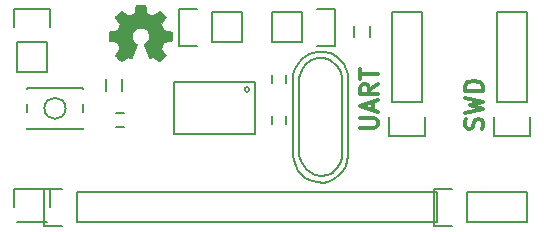
<source format=gbr>
G04 #@! TF.FileFunction,Legend,Top*
%FSLAX46Y46*%
G04 Gerber Fmt 4.6, Leading zero omitted, Abs format (unit mm)*
G04 Created by KiCad (PCBNEW 0.201510100348+6257~30~ubuntu14.04.1-product) date jeu. 15 oct. 2015 23:40:22 CEST*
%MOMM*%
G01*
G04 APERTURE LIST*
%ADD10C,0.100000*%
%ADD11C,0.300000*%
%ADD12C,0.150000*%
%ADD13C,0.203200*%
%ADD14C,0.010000*%
G04 APERTURE END LIST*
D10*
D11*
X143323571Y-112672857D02*
X144537857Y-112672857D01*
X144680714Y-112601429D01*
X144752143Y-112530000D01*
X144823571Y-112387143D01*
X144823571Y-112101429D01*
X144752143Y-111958571D01*
X144680714Y-111887143D01*
X144537857Y-111815714D01*
X143323571Y-111815714D01*
X144395000Y-111172857D02*
X144395000Y-110458571D01*
X144823571Y-111315714D02*
X143323571Y-110815714D01*
X144823571Y-110315714D01*
X144823571Y-108958571D02*
X144109286Y-109458571D01*
X144823571Y-109815714D02*
X143323571Y-109815714D01*
X143323571Y-109244286D01*
X143395000Y-109101428D01*
X143466429Y-109030000D01*
X143609286Y-108958571D01*
X143823571Y-108958571D01*
X143966429Y-109030000D01*
X144037857Y-109101428D01*
X144109286Y-109244286D01*
X144109286Y-109815714D01*
X143323571Y-108530000D02*
X143323571Y-107672857D01*
X144823571Y-108101428D02*
X143323571Y-108101428D01*
X153642143Y-112744286D02*
X153713571Y-112530000D01*
X153713571Y-112172857D01*
X153642143Y-112030000D01*
X153570714Y-111958571D01*
X153427857Y-111887143D01*
X153285000Y-111887143D01*
X153142143Y-111958571D01*
X153070714Y-112030000D01*
X152999286Y-112172857D01*
X152927857Y-112458571D01*
X152856429Y-112601429D01*
X152785000Y-112672857D01*
X152642143Y-112744286D01*
X152499286Y-112744286D01*
X152356429Y-112672857D01*
X152285000Y-112601429D01*
X152213571Y-112458571D01*
X152213571Y-112101429D01*
X152285000Y-111887143D01*
X152213571Y-111387143D02*
X153713571Y-111030000D01*
X152642143Y-110744286D01*
X153713571Y-110458572D01*
X152213571Y-110101429D01*
X153713571Y-109530000D02*
X152213571Y-109530000D01*
X152213571Y-109172857D01*
X152285000Y-108958572D01*
X152427857Y-108815714D01*
X152570714Y-108744286D01*
X152856429Y-108672857D01*
X153070714Y-108672857D01*
X153356429Y-108744286D01*
X153499286Y-108815714D01*
X153642143Y-108958572D01*
X153713571Y-109172857D01*
X153713571Y-109530000D01*
D12*
X137100000Y-108150000D02*
X137100000Y-108850000D01*
X135900000Y-108850000D02*
X135900000Y-108150000D01*
X135900000Y-112350000D02*
X135900000Y-111650000D01*
X137100000Y-111650000D02*
X137100000Y-112350000D01*
X122650000Y-111400000D02*
X123350000Y-111400000D01*
X123350000Y-112600000D02*
X122650000Y-112600000D01*
X130810000Y-102870000D02*
X133350000Y-102870000D01*
X127990000Y-102590000D02*
X129540000Y-102590000D01*
X130810000Y-102870000D02*
X130810000Y-105410000D01*
X129540000Y-105690000D02*
X127990000Y-105690000D01*
X127990000Y-105690000D02*
X127990000Y-102590000D01*
X130810000Y-105410000D02*
X133350000Y-105410000D01*
X133350000Y-105410000D02*
X133350000Y-102870000D01*
X119380000Y-120650000D02*
X149860000Y-120650000D01*
X149860000Y-120650000D02*
X149860000Y-118110000D01*
X149860000Y-118110000D02*
X119380000Y-118110000D01*
X116560000Y-117830000D02*
X118110000Y-117830000D01*
X119380000Y-118110000D02*
X119380000Y-120650000D01*
X118110000Y-120930000D02*
X116560000Y-120930000D01*
X116560000Y-120930000D02*
X116560000Y-117830000D01*
X117120000Y-117830000D02*
X117120000Y-119380000D01*
X114020000Y-119380000D02*
X114020000Y-117830000D01*
X114020000Y-117830000D02*
X117120000Y-117830000D01*
X114300000Y-120650000D02*
X116840000Y-120650000D01*
X138430000Y-105410000D02*
X135890000Y-105410000D01*
X141250000Y-105690000D02*
X139700000Y-105690000D01*
X138430000Y-105410000D02*
X138430000Y-102870000D01*
X139700000Y-102590000D02*
X141250000Y-102590000D01*
X141250000Y-102590000D02*
X141250000Y-105690000D01*
X138430000Y-102870000D02*
X135890000Y-102870000D01*
X135890000Y-102870000D02*
X135890000Y-105410000D01*
X116840000Y-105410000D02*
X116840000Y-107950000D01*
X117120000Y-102590000D02*
X117120000Y-104140000D01*
X116840000Y-105410000D02*
X114300000Y-105410000D01*
X114020000Y-104140000D02*
X114020000Y-102590000D01*
X114020000Y-102590000D02*
X117120000Y-102590000D01*
X114300000Y-105410000D02*
X114300000Y-107950000D01*
X114300000Y-107950000D02*
X116840000Y-107950000D01*
X152400000Y-120650000D02*
X157480000Y-120650000D01*
X157480000Y-120650000D02*
X157480000Y-118110000D01*
X157480000Y-118110000D02*
X152400000Y-118110000D01*
X149580000Y-117830000D02*
X151130000Y-117830000D01*
X152400000Y-118110000D02*
X152400000Y-120650000D01*
X151130000Y-120930000D02*
X149580000Y-120930000D01*
X149580000Y-120930000D02*
X149580000Y-117830000D01*
X157480000Y-110490000D02*
X157480000Y-102870000D01*
X154940000Y-110490000D02*
X154940000Y-102870000D01*
X154660000Y-113310000D02*
X154660000Y-111760000D01*
X157480000Y-102870000D02*
X154940000Y-102870000D01*
X154940000Y-110490000D02*
X157480000Y-110490000D01*
X157760000Y-111760000D02*
X157760000Y-113310000D01*
X157760000Y-113310000D02*
X154660000Y-113310000D01*
X148590000Y-110490000D02*
X148590000Y-102870000D01*
X146050000Y-110490000D02*
X146050000Y-102870000D01*
X145770000Y-113310000D02*
X145770000Y-111760000D01*
X148590000Y-102870000D02*
X146050000Y-102870000D01*
X146050000Y-110490000D02*
X148590000Y-110490000D01*
X148870000Y-111760000D02*
X148870000Y-113310000D01*
X148870000Y-113310000D02*
X145770000Y-113310000D01*
X142825000Y-105000000D02*
X142825000Y-104000000D01*
X144175000Y-104000000D02*
X144175000Y-105000000D01*
X121825000Y-109500000D02*
X121825000Y-108500000D01*
X123175000Y-108500000D02*
X123175000Y-109500000D01*
X119850000Y-109250000D02*
X119850000Y-109350000D01*
X119850000Y-112750000D02*
X119850000Y-112650000D01*
X115150000Y-112650000D02*
X115150000Y-112750000D01*
X115150000Y-109250000D02*
X115150000Y-109350000D01*
X115150000Y-110650000D02*
X115150000Y-111350000D01*
X119850000Y-110650000D02*
X119850000Y-111350000D01*
X119850000Y-109250000D02*
X115150000Y-109250000D01*
X115150000Y-112750000D02*
X119850000Y-112750000D01*
X118400000Y-111000000D02*
G75*
G03X118400000Y-111000000I-900000J0D01*
G01*
D13*
X133950000Y-109400000D02*
G75*
G03X133950000Y-109400000I-200000J0D01*
G01*
X134400000Y-108800000D02*
X127600000Y-108800000D01*
X127600000Y-108800000D02*
X127600000Y-113200000D01*
X127600000Y-113200000D02*
X134400000Y-113200000D01*
X134400000Y-113200000D02*
X134400000Y-108800000D01*
D12*
X141000760Y-116449000D02*
X140599440Y-116649660D01*
X140599440Y-116649660D02*
X140000000Y-116751260D01*
X140000000Y-116751260D02*
X139499620Y-116649660D01*
X139499620Y-116649660D02*
X138801120Y-116250880D01*
X138801120Y-116250880D02*
X138399800Y-115648900D01*
X138399800Y-115648900D02*
X138199140Y-115049460D01*
X138199140Y-115049460D02*
X138199140Y-108450540D01*
X138199140Y-108450540D02*
X138399800Y-107749500D01*
X138399800Y-107749500D02*
X138699520Y-107350720D01*
X138699520Y-107350720D02*
X139199900Y-106949400D01*
X139199900Y-106949400D02*
X139799340Y-106748740D01*
X139799340Y-106748740D02*
X140299720Y-106748740D01*
X140299720Y-106748740D02*
X140800100Y-106949400D01*
X140800100Y-106949400D02*
X141399540Y-107449780D01*
X141399540Y-107449780D02*
X141699260Y-107950160D01*
X141699260Y-107950160D02*
X141800860Y-108450540D01*
X141800860Y-108549600D02*
X141800860Y-115151060D01*
X141800860Y-115151060D02*
X141699260Y-115549840D01*
X141699260Y-115549840D02*
X141399540Y-116050220D01*
X141399540Y-116050220D02*
X140899160Y-116550600D01*
X142329180Y-108559760D02*
X142280920Y-108100020D01*
X142280920Y-108100020D02*
X142169160Y-107701240D01*
X142169160Y-107701240D02*
X141950720Y-107269440D01*
X141950720Y-107269440D02*
X141719580Y-106979880D01*
X141719580Y-106979880D02*
X141369060Y-106649680D01*
X141369060Y-106649680D02*
X140830580Y-106360120D01*
X140830580Y-106360120D02*
X140231140Y-106230580D01*
X140231140Y-106230580D02*
X139720600Y-106230580D01*
X139720600Y-106230580D02*
X139019560Y-106400760D01*
X139019560Y-106400760D02*
X138430280Y-106799540D01*
X138430280Y-106799540D02*
X138059440Y-107259280D01*
X138059440Y-107259280D02*
X137851160Y-107680920D01*
X137851160Y-107680920D02*
X137691140Y-108130500D01*
X137691140Y-108130500D02*
X137660660Y-108569920D01*
X137879100Y-115910520D02*
X138100080Y-116288980D01*
X138100080Y-116288980D02*
X138379480Y-116609020D01*
X138379480Y-116609020D02*
X138709680Y-116860480D01*
X138709680Y-116860480D02*
X139260860Y-117160200D01*
X139260860Y-117160200D02*
X139730760Y-117269420D01*
X139730760Y-117269420D02*
X140190500Y-117289740D01*
X140190500Y-117289740D02*
X140650240Y-117200840D01*
X140650240Y-117200840D02*
X141099820Y-117010340D01*
X141099820Y-117010340D02*
X141569720Y-116649660D01*
X141569720Y-116649660D02*
X141889760Y-116299140D01*
X141889760Y-116299140D02*
X142120900Y-115910520D01*
X142120900Y-115910520D02*
X142260600Y-115481260D01*
X142260600Y-115481260D02*
X142329180Y-115039300D01*
X137670820Y-108549600D02*
X137670820Y-115001200D01*
X137670820Y-115001200D02*
X137708920Y-115420300D01*
X137708920Y-115420300D02*
X137879100Y-115910520D01*
X142329180Y-108549600D02*
X142329180Y-115001200D01*
D14*
G36*
X124729925Y-102258187D02*
X125106184Y-102261737D01*
X125169186Y-102600564D01*
X125188224Y-102699825D01*
X125206134Y-102787252D01*
X125222200Y-102859718D01*
X125235708Y-102914097D01*
X125245942Y-102947264D01*
X125250489Y-102955958D01*
X125269113Y-102966654D01*
X125307614Y-102984685D01*
X125361003Y-103008030D01*
X125424291Y-103034672D01*
X125492491Y-103062591D01*
X125560612Y-103089768D01*
X125623667Y-103114185D01*
X125676665Y-103133823D01*
X125714620Y-103146662D01*
X125731804Y-103150737D01*
X125748262Y-103143441D01*
X125783480Y-103122906D01*
X125834270Y-103091159D01*
X125897443Y-103050229D01*
X125969809Y-103002144D01*
X126036559Y-102956895D01*
X126114741Y-102904189D01*
X126186989Y-102856933D01*
X126250007Y-102817169D01*
X126300495Y-102786938D01*
X126335157Y-102768283D01*
X126349643Y-102763053D01*
X126367625Y-102770779D01*
X126399250Y-102794535D01*
X126445487Y-102835188D01*
X126507301Y-102893605D01*
X126585662Y-102970652D01*
X126622816Y-103007847D01*
X126688585Y-103074583D01*
X126747620Y-103135668D01*
X126797409Y-103188407D01*
X126835441Y-103230105D01*
X126859203Y-103258066D01*
X126866316Y-103269179D01*
X126859013Y-103284217D01*
X126838434Y-103318143D01*
X126806568Y-103367893D01*
X126765407Y-103430407D01*
X126716940Y-103502623D01*
X126665098Y-103578658D01*
X126463880Y-103871599D01*
X126572822Y-104125628D01*
X126612361Y-104215654D01*
X126646466Y-104288914D01*
X126674053Y-104343250D01*
X126694039Y-104376506D01*
X126703856Y-104386491D01*
X126722779Y-104390799D01*
X126764068Y-104399229D01*
X126823802Y-104411013D01*
X126898061Y-104425384D01*
X126982925Y-104441574D01*
X127043367Y-104452983D01*
X127132525Y-104469970D01*
X127213121Y-104485766D01*
X127281367Y-104499591D01*
X127333475Y-104510669D01*
X127365658Y-104518221D01*
X127374236Y-104520951D01*
X127378537Y-104536953D01*
X127382075Y-104578214D01*
X127384796Y-104643265D01*
X127386649Y-104730637D01*
X127387580Y-104838862D01*
X127387684Y-104895042D01*
X127387684Y-105260823D01*
X127350921Y-105268346D01*
X127326644Y-105273038D01*
X127280799Y-105281652D01*
X127218117Y-105293307D01*
X127143332Y-105307125D01*
X127061177Y-105322225D01*
X127053473Y-105323637D01*
X126969939Y-105339130D01*
X126892471Y-105353843D01*
X126826051Y-105366803D01*
X126775657Y-105377037D01*
X126746270Y-105383574D01*
X126745192Y-105383851D01*
X126729036Y-105388635D01*
X126715553Y-105395720D01*
X126702903Y-105408409D01*
X126689247Y-105430006D01*
X126672746Y-105463814D01*
X126651561Y-105513136D01*
X126623851Y-105581276D01*
X126594798Y-105653945D01*
X126563896Y-105732237D01*
X126536713Y-105802718D01*
X126514732Y-105861402D01*
X126499442Y-105904304D01*
X126492327Y-105927438D01*
X126492000Y-105929705D01*
X126499294Y-105945518D01*
X126519738Y-105979888D01*
X126551177Y-106029451D01*
X126591454Y-106090843D01*
X126638413Y-106160700D01*
X126664823Y-106199351D01*
X126725936Y-106288364D01*
X126773452Y-106358020D01*
X126808914Y-106411001D01*
X126833860Y-106449990D01*
X126849831Y-106477670D01*
X126858367Y-106496724D01*
X126861009Y-106509835D01*
X126859295Y-106519686D01*
X126854767Y-106528958D01*
X126854412Y-106529605D01*
X126841679Y-106545154D01*
X126812597Y-106576623D01*
X126769890Y-106621193D01*
X126716283Y-106676047D01*
X126654500Y-106738367D01*
X126600707Y-106792013D01*
X126514752Y-106876305D01*
X126446292Y-106941193D01*
X126394868Y-106987085D01*
X126360019Y-107014389D01*
X126341286Y-107023511D01*
X126339573Y-107023247D01*
X126323109Y-107013690D01*
X126288063Y-106991159D01*
X126237831Y-106957914D01*
X126175806Y-106916210D01*
X126105382Y-106868306D01*
X126065353Y-106840859D01*
X125991932Y-106790615D01*
X125925200Y-106745399D01*
X125868525Y-106707459D01*
X125825275Y-106679038D01*
X125798820Y-106662384D01*
X125792706Y-106659075D01*
X125773875Y-106662206D01*
X125737571Y-106676280D01*
X125689483Y-106698881D01*
X125648398Y-106720361D01*
X125581292Y-106754978D01*
X125534889Y-106774297D01*
X125508232Y-106778695D01*
X125504014Y-106777207D01*
X125494653Y-106762448D01*
X125476700Y-106725919D01*
X125451392Y-106670609D01*
X125419966Y-106599506D01*
X125383660Y-106515601D01*
X125343711Y-106421881D01*
X125301355Y-106321335D01*
X125257831Y-106216952D01*
X125214376Y-106111722D01*
X125172226Y-106008632D01*
X125132619Y-105910672D01*
X125096793Y-105820831D01*
X125065984Y-105742097D01*
X125041430Y-105677460D01*
X125024368Y-105629907D01*
X125016035Y-105602429D01*
X125015526Y-105597158D01*
X125029813Y-105579984D01*
X125060291Y-105555007D01*
X125096270Y-105530316D01*
X125163337Y-105480356D01*
X125233060Y-105415776D01*
X125298542Y-105343986D01*
X125352891Y-105272392D01*
X125382402Y-105222879D01*
X125432312Y-105096745D01*
X125457345Y-104969096D01*
X125459058Y-104842449D01*
X125439004Y-104719323D01*
X125398738Y-104602237D01*
X125339815Y-104493708D01*
X125263789Y-104396255D01*
X125172216Y-104312396D01*
X125066651Y-104244650D01*
X124948647Y-104195534D01*
X124819760Y-104167566D01*
X124727368Y-104161914D01*
X124591815Y-104174168D01*
X124466146Y-104209256D01*
X124351910Y-104264666D01*
X124250661Y-104337886D01*
X124163948Y-104426404D01*
X124093324Y-104527707D01*
X124040339Y-104639284D01*
X124006545Y-104758622D01*
X123993493Y-104883210D01*
X124002735Y-105010535D01*
X124035822Y-105138085D01*
X124072265Y-105222742D01*
X124114227Y-105290353D01*
X124172516Y-105363491D01*
X124240130Y-105434617D01*
X124310070Y-105496192D01*
X124357836Y-105530316D01*
X124397220Y-105557388D01*
X124426687Y-105581861D01*
X124439100Y-105597158D01*
X124435602Y-105613496D01*
X124422758Y-105651398D01*
X124401804Y-105707877D01*
X124373979Y-105779943D01*
X124340518Y-105864609D01*
X124302658Y-105958885D01*
X124261637Y-106059783D01*
X124218691Y-106164314D01*
X124175057Y-106269490D01*
X124131972Y-106372323D01*
X124090673Y-106469823D01*
X124052396Y-106559002D01*
X124018379Y-106636872D01*
X123989858Y-106700444D01*
X123968071Y-106746730D01*
X123954253Y-106772741D01*
X123950722Y-106777207D01*
X123929684Y-106777120D01*
X123889180Y-106762223D01*
X123828255Y-106732139D01*
X123806338Y-106720361D01*
X123753085Y-106692878D01*
X123707278Y-106672080D01*
X123674603Y-106660383D01*
X123662030Y-106659075D01*
X123646032Y-106668450D01*
X123611422Y-106690803D01*
X123561571Y-106723888D01*
X123499845Y-106765458D01*
X123429613Y-106813269D01*
X123389384Y-106840859D01*
X123315852Y-106891159D01*
X123248898Y-106936469D01*
X123191916Y-106974531D01*
X123148300Y-107003089D01*
X123121445Y-107019885D01*
X123115132Y-107023259D01*
X123099640Y-107017492D01*
X123068359Y-106993927D01*
X123020781Y-106952111D01*
X122956397Y-106891591D01*
X122874701Y-106811914D01*
X122841624Y-106779119D01*
X122774331Y-106711539D01*
X122713766Y-106649514D01*
X122662409Y-106595685D01*
X122622745Y-106552691D01*
X122597256Y-106523174D01*
X122588421Y-106509851D01*
X122595721Y-106494442D01*
X122616243Y-106460301D01*
X122647919Y-106410631D01*
X122688678Y-106348633D01*
X122736453Y-106277508D01*
X122775579Y-106220196D01*
X122827264Y-106144286D01*
X122873479Y-106075051D01*
X122912155Y-106015706D01*
X122941221Y-105969462D01*
X122958607Y-105939532D01*
X122962737Y-105929736D01*
X122957962Y-105912317D01*
X122944631Y-105874105D01*
X122924228Y-105819089D01*
X122898239Y-105751253D01*
X122868150Y-105674585D01*
X122859939Y-105653945D01*
X122825466Y-105567805D01*
X122799032Y-105503204D01*
X122778797Y-105456839D01*
X122762923Y-105425406D01*
X122749570Y-105405599D01*
X122736897Y-105394114D01*
X122723066Y-105387647D01*
X122709544Y-105383763D01*
X122687212Y-105378821D01*
X122644281Y-105370111D01*
X122585261Y-105358489D01*
X122514668Y-105344809D01*
X122437014Y-105329927D01*
X122356813Y-105314699D01*
X122278578Y-105299980D01*
X122206822Y-105286626D01*
X122146058Y-105275492D01*
X122100801Y-105267434D01*
X122075563Y-105263307D01*
X122072163Y-105262947D01*
X122069621Y-105250274D01*
X122067786Y-105215017D01*
X122066612Y-105161315D01*
X122066052Y-105093312D01*
X122066059Y-105015148D01*
X122066588Y-104930964D01*
X122067592Y-104844902D01*
X122069023Y-104761103D01*
X122070837Y-104683709D01*
X122072985Y-104616861D01*
X122075422Y-104564700D01*
X122078101Y-104531367D01*
X122080500Y-104520951D01*
X122096922Y-104516249D01*
X122135853Y-104507492D01*
X122193504Y-104495455D01*
X122266088Y-104480919D01*
X122349817Y-104464660D01*
X122411369Y-104452983D01*
X122501119Y-104436007D01*
X122582874Y-104420340D01*
X122652714Y-104406748D01*
X122706718Y-104395999D01*
X122740966Y-104388862D01*
X122750881Y-104386491D01*
X122763974Y-104371737D01*
X122785538Y-104334169D01*
X122814492Y-104275944D01*
X122849750Y-104199219D01*
X122881914Y-104125628D01*
X122990857Y-103871599D01*
X122789639Y-103578658D01*
X122736009Y-103499981D01*
X122687763Y-103428052D01*
X122646892Y-103365930D01*
X122615385Y-103316679D01*
X122595234Y-103283359D01*
X122588421Y-103269179D01*
X122597501Y-103255584D01*
X122623068Y-103225871D01*
X122662610Y-103182738D01*
X122713615Y-103128879D01*
X122773570Y-103066991D01*
X122831920Y-103007847D01*
X122915401Y-102924763D01*
X122982198Y-102860233D01*
X123033647Y-102813062D01*
X123071089Y-102782055D01*
X123095860Y-102766018D01*
X123106026Y-102763053D01*
X123125885Y-102770550D01*
X123164471Y-102791809D01*
X123218804Y-102824979D01*
X123285906Y-102868210D01*
X123362797Y-102919652D01*
X123407290Y-102950158D01*
X123483712Y-103002495D01*
X123554225Y-103049854D01*
X123615435Y-103090028D01*
X123663947Y-103120813D01*
X123696369Y-103140005D01*
X123707737Y-103145377D01*
X123728374Y-103142902D01*
X123768635Y-103131730D01*
X123823587Y-103113741D01*
X123888299Y-103090814D01*
X123957839Y-103064831D01*
X124027276Y-103037670D01*
X124091677Y-103011212D01*
X124146110Y-102987338D01*
X124185644Y-102967926D01*
X124204006Y-102956199D01*
X124211655Y-102938650D01*
X124223019Y-102898378D01*
X124237257Y-102839007D01*
X124253524Y-102764160D01*
X124270977Y-102677460D01*
X124280495Y-102627543D01*
X124297330Y-102537924D01*
X124312897Y-102455761D01*
X124326410Y-102385146D01*
X124337082Y-102330169D01*
X124344129Y-102294923D01*
X124346295Y-102284924D01*
X124353666Y-102254638D01*
X124729925Y-102258187D01*
X124729925Y-102258187D01*
G37*
X124729925Y-102258187D02*
X125106184Y-102261737D01*
X125169186Y-102600564D01*
X125188224Y-102699825D01*
X125206134Y-102787252D01*
X125222200Y-102859718D01*
X125235708Y-102914097D01*
X125245942Y-102947264D01*
X125250489Y-102955958D01*
X125269113Y-102966654D01*
X125307614Y-102984685D01*
X125361003Y-103008030D01*
X125424291Y-103034672D01*
X125492491Y-103062591D01*
X125560612Y-103089768D01*
X125623667Y-103114185D01*
X125676665Y-103133823D01*
X125714620Y-103146662D01*
X125731804Y-103150737D01*
X125748262Y-103143441D01*
X125783480Y-103122906D01*
X125834270Y-103091159D01*
X125897443Y-103050229D01*
X125969809Y-103002144D01*
X126036559Y-102956895D01*
X126114741Y-102904189D01*
X126186989Y-102856933D01*
X126250007Y-102817169D01*
X126300495Y-102786938D01*
X126335157Y-102768283D01*
X126349643Y-102763053D01*
X126367625Y-102770779D01*
X126399250Y-102794535D01*
X126445487Y-102835188D01*
X126507301Y-102893605D01*
X126585662Y-102970652D01*
X126622816Y-103007847D01*
X126688585Y-103074583D01*
X126747620Y-103135668D01*
X126797409Y-103188407D01*
X126835441Y-103230105D01*
X126859203Y-103258066D01*
X126866316Y-103269179D01*
X126859013Y-103284217D01*
X126838434Y-103318143D01*
X126806568Y-103367893D01*
X126765407Y-103430407D01*
X126716940Y-103502623D01*
X126665098Y-103578658D01*
X126463880Y-103871599D01*
X126572822Y-104125628D01*
X126612361Y-104215654D01*
X126646466Y-104288914D01*
X126674053Y-104343250D01*
X126694039Y-104376506D01*
X126703856Y-104386491D01*
X126722779Y-104390799D01*
X126764068Y-104399229D01*
X126823802Y-104411013D01*
X126898061Y-104425384D01*
X126982925Y-104441574D01*
X127043367Y-104452983D01*
X127132525Y-104469970D01*
X127213121Y-104485766D01*
X127281367Y-104499591D01*
X127333475Y-104510669D01*
X127365658Y-104518221D01*
X127374236Y-104520951D01*
X127378537Y-104536953D01*
X127382075Y-104578214D01*
X127384796Y-104643265D01*
X127386649Y-104730637D01*
X127387580Y-104838862D01*
X127387684Y-104895042D01*
X127387684Y-105260823D01*
X127350921Y-105268346D01*
X127326644Y-105273038D01*
X127280799Y-105281652D01*
X127218117Y-105293307D01*
X127143332Y-105307125D01*
X127061177Y-105322225D01*
X127053473Y-105323637D01*
X126969939Y-105339130D01*
X126892471Y-105353843D01*
X126826051Y-105366803D01*
X126775657Y-105377037D01*
X126746270Y-105383574D01*
X126745192Y-105383851D01*
X126729036Y-105388635D01*
X126715553Y-105395720D01*
X126702903Y-105408409D01*
X126689247Y-105430006D01*
X126672746Y-105463814D01*
X126651561Y-105513136D01*
X126623851Y-105581276D01*
X126594798Y-105653945D01*
X126563896Y-105732237D01*
X126536713Y-105802718D01*
X126514732Y-105861402D01*
X126499442Y-105904304D01*
X126492327Y-105927438D01*
X126492000Y-105929705D01*
X126499294Y-105945518D01*
X126519738Y-105979888D01*
X126551177Y-106029451D01*
X126591454Y-106090843D01*
X126638413Y-106160700D01*
X126664823Y-106199351D01*
X126725936Y-106288364D01*
X126773452Y-106358020D01*
X126808914Y-106411001D01*
X126833860Y-106449990D01*
X126849831Y-106477670D01*
X126858367Y-106496724D01*
X126861009Y-106509835D01*
X126859295Y-106519686D01*
X126854767Y-106528958D01*
X126854412Y-106529605D01*
X126841679Y-106545154D01*
X126812597Y-106576623D01*
X126769890Y-106621193D01*
X126716283Y-106676047D01*
X126654500Y-106738367D01*
X126600707Y-106792013D01*
X126514752Y-106876305D01*
X126446292Y-106941193D01*
X126394868Y-106987085D01*
X126360019Y-107014389D01*
X126341286Y-107023511D01*
X126339573Y-107023247D01*
X126323109Y-107013690D01*
X126288063Y-106991159D01*
X126237831Y-106957914D01*
X126175806Y-106916210D01*
X126105382Y-106868306D01*
X126065353Y-106840859D01*
X125991932Y-106790615D01*
X125925200Y-106745399D01*
X125868525Y-106707459D01*
X125825275Y-106679038D01*
X125798820Y-106662384D01*
X125792706Y-106659075D01*
X125773875Y-106662206D01*
X125737571Y-106676280D01*
X125689483Y-106698881D01*
X125648398Y-106720361D01*
X125581292Y-106754978D01*
X125534889Y-106774297D01*
X125508232Y-106778695D01*
X125504014Y-106777207D01*
X125494653Y-106762448D01*
X125476700Y-106725919D01*
X125451392Y-106670609D01*
X125419966Y-106599506D01*
X125383660Y-106515601D01*
X125343711Y-106421881D01*
X125301355Y-106321335D01*
X125257831Y-106216952D01*
X125214376Y-106111722D01*
X125172226Y-106008632D01*
X125132619Y-105910672D01*
X125096793Y-105820831D01*
X125065984Y-105742097D01*
X125041430Y-105677460D01*
X125024368Y-105629907D01*
X125016035Y-105602429D01*
X125015526Y-105597158D01*
X125029813Y-105579984D01*
X125060291Y-105555007D01*
X125096270Y-105530316D01*
X125163337Y-105480356D01*
X125233060Y-105415776D01*
X125298542Y-105343986D01*
X125352891Y-105272392D01*
X125382402Y-105222879D01*
X125432312Y-105096745D01*
X125457345Y-104969096D01*
X125459058Y-104842449D01*
X125439004Y-104719323D01*
X125398738Y-104602237D01*
X125339815Y-104493708D01*
X125263789Y-104396255D01*
X125172216Y-104312396D01*
X125066651Y-104244650D01*
X124948647Y-104195534D01*
X124819760Y-104167566D01*
X124727368Y-104161914D01*
X124591815Y-104174168D01*
X124466146Y-104209256D01*
X124351910Y-104264666D01*
X124250661Y-104337886D01*
X124163948Y-104426404D01*
X124093324Y-104527707D01*
X124040339Y-104639284D01*
X124006545Y-104758622D01*
X123993493Y-104883210D01*
X124002735Y-105010535D01*
X124035822Y-105138085D01*
X124072265Y-105222742D01*
X124114227Y-105290353D01*
X124172516Y-105363491D01*
X124240130Y-105434617D01*
X124310070Y-105496192D01*
X124357836Y-105530316D01*
X124397220Y-105557388D01*
X124426687Y-105581861D01*
X124439100Y-105597158D01*
X124435602Y-105613496D01*
X124422758Y-105651398D01*
X124401804Y-105707877D01*
X124373979Y-105779943D01*
X124340518Y-105864609D01*
X124302658Y-105958885D01*
X124261637Y-106059783D01*
X124218691Y-106164314D01*
X124175057Y-106269490D01*
X124131972Y-106372323D01*
X124090673Y-106469823D01*
X124052396Y-106559002D01*
X124018379Y-106636872D01*
X123989858Y-106700444D01*
X123968071Y-106746730D01*
X123954253Y-106772741D01*
X123950722Y-106777207D01*
X123929684Y-106777120D01*
X123889180Y-106762223D01*
X123828255Y-106732139D01*
X123806338Y-106720361D01*
X123753085Y-106692878D01*
X123707278Y-106672080D01*
X123674603Y-106660383D01*
X123662030Y-106659075D01*
X123646032Y-106668450D01*
X123611422Y-106690803D01*
X123561571Y-106723888D01*
X123499845Y-106765458D01*
X123429613Y-106813269D01*
X123389384Y-106840859D01*
X123315852Y-106891159D01*
X123248898Y-106936469D01*
X123191916Y-106974531D01*
X123148300Y-107003089D01*
X123121445Y-107019885D01*
X123115132Y-107023259D01*
X123099640Y-107017492D01*
X123068359Y-106993927D01*
X123020781Y-106952111D01*
X122956397Y-106891591D01*
X122874701Y-106811914D01*
X122841624Y-106779119D01*
X122774331Y-106711539D01*
X122713766Y-106649514D01*
X122662409Y-106595685D01*
X122622745Y-106552691D01*
X122597256Y-106523174D01*
X122588421Y-106509851D01*
X122595721Y-106494442D01*
X122616243Y-106460301D01*
X122647919Y-106410631D01*
X122688678Y-106348633D01*
X122736453Y-106277508D01*
X122775579Y-106220196D01*
X122827264Y-106144286D01*
X122873479Y-106075051D01*
X122912155Y-106015706D01*
X122941221Y-105969462D01*
X122958607Y-105939532D01*
X122962737Y-105929736D01*
X122957962Y-105912317D01*
X122944631Y-105874105D01*
X122924228Y-105819089D01*
X122898239Y-105751253D01*
X122868150Y-105674585D01*
X122859939Y-105653945D01*
X122825466Y-105567805D01*
X122799032Y-105503204D01*
X122778797Y-105456839D01*
X122762923Y-105425406D01*
X122749570Y-105405599D01*
X122736897Y-105394114D01*
X122723066Y-105387647D01*
X122709544Y-105383763D01*
X122687212Y-105378821D01*
X122644281Y-105370111D01*
X122585261Y-105358489D01*
X122514668Y-105344809D01*
X122437014Y-105329927D01*
X122356813Y-105314699D01*
X122278578Y-105299980D01*
X122206822Y-105286626D01*
X122146058Y-105275492D01*
X122100801Y-105267434D01*
X122075563Y-105263307D01*
X122072163Y-105262947D01*
X122069621Y-105250274D01*
X122067786Y-105215017D01*
X122066612Y-105161315D01*
X122066052Y-105093312D01*
X122066059Y-105015148D01*
X122066588Y-104930964D01*
X122067592Y-104844902D01*
X122069023Y-104761103D01*
X122070837Y-104683709D01*
X122072985Y-104616861D01*
X122075422Y-104564700D01*
X122078101Y-104531367D01*
X122080500Y-104520951D01*
X122096922Y-104516249D01*
X122135853Y-104507492D01*
X122193504Y-104495455D01*
X122266088Y-104480919D01*
X122349817Y-104464660D01*
X122411369Y-104452983D01*
X122501119Y-104436007D01*
X122582874Y-104420340D01*
X122652714Y-104406748D01*
X122706718Y-104395999D01*
X122740966Y-104388862D01*
X122750881Y-104386491D01*
X122763974Y-104371737D01*
X122785538Y-104334169D01*
X122814492Y-104275944D01*
X122849750Y-104199219D01*
X122881914Y-104125628D01*
X122990857Y-103871599D01*
X122789639Y-103578658D01*
X122736009Y-103499981D01*
X122687763Y-103428052D01*
X122646892Y-103365930D01*
X122615385Y-103316679D01*
X122595234Y-103283359D01*
X122588421Y-103269179D01*
X122597501Y-103255584D01*
X122623068Y-103225871D01*
X122662610Y-103182738D01*
X122713615Y-103128879D01*
X122773570Y-103066991D01*
X122831920Y-103007847D01*
X122915401Y-102924763D01*
X122982198Y-102860233D01*
X123033647Y-102813062D01*
X123071089Y-102782055D01*
X123095860Y-102766018D01*
X123106026Y-102763053D01*
X123125885Y-102770550D01*
X123164471Y-102791809D01*
X123218804Y-102824979D01*
X123285906Y-102868210D01*
X123362797Y-102919652D01*
X123407290Y-102950158D01*
X123483712Y-103002495D01*
X123554225Y-103049854D01*
X123615435Y-103090028D01*
X123663947Y-103120813D01*
X123696369Y-103140005D01*
X123707737Y-103145377D01*
X123728374Y-103142902D01*
X123768635Y-103131730D01*
X123823587Y-103113741D01*
X123888299Y-103090814D01*
X123957839Y-103064831D01*
X124027276Y-103037670D01*
X124091677Y-103011212D01*
X124146110Y-102987338D01*
X124185644Y-102967926D01*
X124204006Y-102956199D01*
X124211655Y-102938650D01*
X124223019Y-102898378D01*
X124237257Y-102839007D01*
X124253524Y-102764160D01*
X124270977Y-102677460D01*
X124280495Y-102627543D01*
X124297330Y-102537924D01*
X124312897Y-102455761D01*
X124326410Y-102385146D01*
X124337082Y-102330169D01*
X124344129Y-102294923D01*
X124346295Y-102284924D01*
X124353666Y-102254638D01*
X124729925Y-102258187D01*
M02*

</source>
